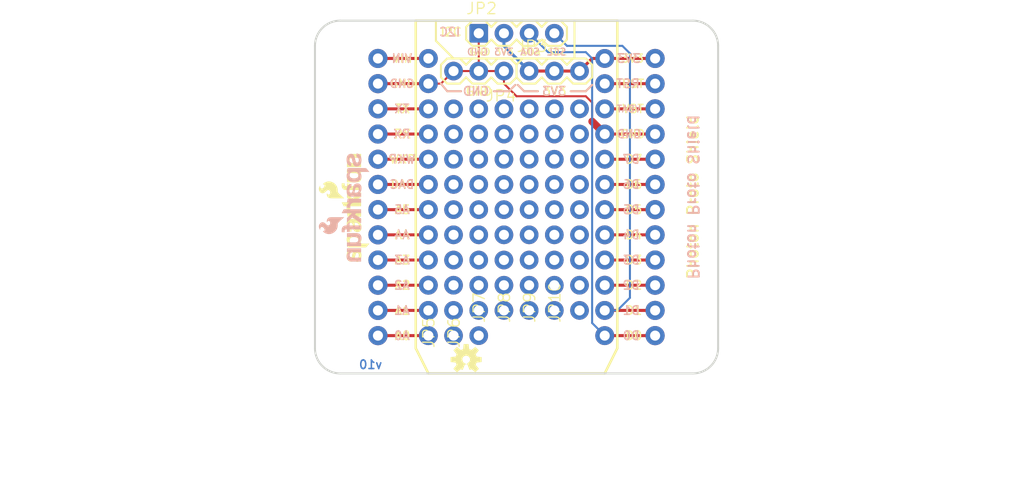
<source format=kicad_pcb>
(kicad_pcb (version 20211014) (generator pcbnew)
  (layers (0 "F.Cu" signal) (31 "B.Cu" signal) (34 "B.Paste" user) (35 "F.Paste" user) (36 "B.SilkS" user "B.Silkscreen") (37 "F.SilkS" user "F.Silkscreen") (38 "B.Mask" user) (39 "F.Mask" user) (44 "Edge.Cuts" user))
  (net 0 "")
  (net 1 "GND")
  (net 2 "VIN")
  (net 3 "TX")
  (net 4 "RX")
  (net 5 "WKP")
  (net 6 "DAC")
  (net 7 "A5")
  (net 8 "A4")
  (net 9 "A3")
  (net 10 "A2")
  (net 11 "A1")
  (net 12 "A0")
  (net 13 "RST")
  (net 14 "VBAT")
  (net 15 "D7")
  (net 16 "D6")
  (net 17 "D5")
  (net 18 "D4")
  (net 19 "D3")
  (net 20 "D2")
  (net 21 "SCL")
  (net 22 "SDA")
  (net 23 "VCC")
  (footprint "boardEagle:SFE_LOGO_NAME_FLAME_.1" (layer "F.Cu") (at 133.7691 111.9886 90)
    (fp_text reference "LOGO1" hide)
    (fp_text value "SFE_LOGO_NAME_FLAME.1_INCH" hide)
  )
  (footprint "boardEagle:1X09_NO_SILK" (layer "F.Cu") (at 149.7711 116.4336 90)
    (fp_text reference "JP8" (at -1.3462 -1.8288 90) (layer "F.SilkS") (effects (font (size 1.143 1.143) (thickness 0.127)) (justify left bottom)))
    (fp_text value "")
    (pad "1" thru_hole circle (at 0 0 180) (size 1.8796 1.8796) (drill 1.016) (layers *.Cu *.Mask))
    (pad "2" thru_hole circle (at 2.54 0 180) (size 1.8796 1.8796) (drill 1.016) (layers *.Cu *.Mask))
    (pad "3" thru_hole circle (at 5.08 0 180) (size 1.8796 1.8796) (drill 1.016) (layers *.Cu *.Mask))
    (pad "4" thru_hole circle (at 7.62 0 180) (size 1.8796 1.8796) (drill 1.016) (layers *.Cu *.Mask))
    (pad "5" thru_hole circle (at 10.16 0 180) (size 1.8796 1.8796) (drill 1.016) (layers *.Cu *.Mask))
    (pad "6" thru_hole circle (at 12.7 0 180) (size 1.8796 1.8796) (drill 1.016) (layers *.Cu *.Mask))
    (pad "7" thru_hole circle (at 15.24 0 180) (size 1.8796 1.8796) (drill 1.016) (layers *.Cu *.Mask))
    (pad "8" thru_hole circle (at 17.78 0 180) (size 1.8796 1.8796) (drill 1.016) (layers *.Cu *.Mask))
    (pad "9" thru_hole circle (at 20.32 0 180) (size 1.8796 1.8796) (drill 1.016) (layers *.Cu *.Mask))
  )
  (footprint "boardEagle:CREATIVE_COMMONS" (layer "F.Cu") (at 116.7511 135.4836)
    (fp_text reference "FRAME1" hide)
    (fp_text value "" hide)
  )
  (footprint "boardEagle:1X03" (layer "F.Cu") (at 149.7711 92.3036)
    (fp_text reference "JP3" (at -1.3462 -1.8288) (layer "F.SilkS") (effects (font (size 1.143 1.143) (thickness 0.127)) (justify left bottom)))
    (fp_text value "")
    (pad "1" thru_hole circle (at 0 0 90) (size 1.8796 1.8796) (drill 1.016) (layers *.Cu *.Mask) (net 23 "VCC"))
    (pad "2" thru_hole circle (at 2.54 0 90) (size 1.8796 1.8796) (drill 1.016) (layers *.Cu *.Mask) (net 23 "VCC"))
    (pad "3" thru_hole circle (at 5.08 0 90) (size 1.8796 1.8796) (drill 1.016) (layers *.Cu *.Mask) (net 23 "VCC"))
  )
  (footprint "boardEagle:1X10_NO_SILK" (layer "F.Cu") (at 142.1511 118.9736 90)
    (fp_text reference "JP5" (at -1.3462 -1.8288 90) (layer "F.SilkS") (effects (font (size 1.143 1.143) (thickness 0.127)) (justify left bottom)))
    (fp_text value "")
    (pad "1" thru_hole circle (at 0 0 180) (size 1.8796 1.8796) (drill 1.016) (layers *.Cu *.Mask))
    (pad "2" thru_hole circle (at 2.54 0 180) (size 1.8796 1.8796) (drill 1.016) (layers *.Cu *.Mask))
    (pad "3" thru_hole circle (at 5.08 0 180) (size 1.8796 1.8796) (drill 1.016) (layers *.Cu *.Mask))
    (pad "4" thru_hole circle (at 7.62 0 180) (size 1.8796 1.8796) (drill 1.016) (layers *.Cu *.Mask))
    (pad "5" thru_hole circle (at 10.16 0 180) (size 1.8796 1.8796) (drill 1.016) (layers *.Cu *.Mask))
    (pad "6" thru_hole circle (at 12.7 0 180) (size 1.8796 1.8796) (drill 1.016) (layers *.Cu *.Mask))
    (pad "7" thru_hole circle (at 15.24 0 180) (size 1.8796 1.8796) (drill 1.016) (layers *.Cu *.Mask))
    (pad "8" thru_hole circle (at 17.78 0 180) (size 1.8796 1.8796) (drill 1.016) (layers *.Cu *.Mask))
    (pad "9" thru_hole circle (at 20.32 0 180) (size 1.8796 1.8796) (drill 1.016) (layers *.Cu *.Mask))
    (pad "10" thru_hole circle (at 22.86 0 180) (size 1.8796 1.8796) (drill 1.016) (layers *.Cu *.Mask))
  )
  (footprint "boardEagle:1X09_NO_SILK" (layer "F.Cu") (at 147.2311 116.4336 90)
    (fp_text reference "JP7" (at -1.3462 -1.8288 90) (layer "F.SilkS") (effects (font (size 1.143 1.143) (thickness 0.127)) (justify left bottom)))
    (fp_text value "")
    (pad "1" thru_hole circle (at 0 0 180) (size 1.8796 1.8796) (drill 1.016) (layers *.Cu *.Mask))
    (pad "2" thru_hole circle (at 2.54 0 180) (size 1.8796 1.8796) (drill 1.016) (layers *.Cu *.Mask))
    (pad "3" thru_hole circle (at 5.08 0 180) (size 1.8796 1.8796) (drill 1.016) (layers *.Cu *.Mask))
    (pad "4" thru_hole circle (at 7.62 0 180) (size 1.8796 1.8796) (drill 1.016) (layers *.Cu *.Mask))
    (pad "5" thru_hole circle (at 10.16 0 180) (size 1.8796 1.8796) (drill 1.016) (layers *.Cu *.Mask))
    (pad "6" thru_hole circle (at 12.7 0 180) (size 1.8796 1.8796) (drill 1.016) (layers *.Cu *.Mask))
    (pad "7" thru_hole circle (at 15.24 0 180) (size 1.8796 1.8796) (drill 1.016) (layers *.Cu *.Mask))
    (pad "8" thru_hole circle (at 17.78 0 180) (size 1.8796 1.8796) (drill 1.016) (layers *.Cu *.Mask))
    (pad "9" thru_hole circle (at 20.32 0 180) (size 1.8796 1.8796) (drill 1.016) (layers *.Cu *.Mask))
  )
  (footprint "boardEagle:OSHW-LOGO-S" (layer "F.Cu") (at 143.4211 121.3866)
    (fp_text reference "LOGO2" hide)
    (fp_text value "OSHW-LOGOS" hide)
  )
  (footprint "boardEagle:1X09_NO_SILK" (layer "F.Cu") (at 152.3111 116.4336 90)
    (fp_text reference "JP9" (at -1.3462 -1.8288 90) (layer "F.SilkS") (effects (font (size 1.143 1.143) (thickness 0.127)) (justify left bottom)))
    (fp_text value "")
    (pad "1" thru_hole circle (at 0 0 180) (size 1.8796 1.8796) (drill 1.016) (layers *.Cu *.Mask))
    (pad "2" thru_hole circle (at 2.54 0 180) (size 1.8796 1.8796) (drill 1.016) (layers *.Cu *.Mask))
    (pad "3" thru_hole circle (at 5.08 0 180) (size 1.8796 1.8796) (drill 1.016) (layers *.Cu *.Mask))
    (pad "4" thru_hole circle (at 7.62 0 180) (size 1.8796 1.8796) (drill 1.016) (layers *.Cu *.Mask))
    (pad "5" thru_hole circle (at 10.16 0 180) (size 1.8796 1.8796) (drill 1.016) (layers *.Cu *.Mask))
    (pad "6" thru_hole circle (at 12.7 0 180) (size 1.8796 1.8796) (drill 1.016) (layers *.Cu *.Mask))
    (pad "7" thru_hole circle (at 15.24 0 180) (size 1.8796 1.8796) (drill 1.016) (layers *.Cu *.Mask))
    (pad "8" thru_hole circle (at 17.78 0 180) (size 1.8796 1.8796) (drill 1.016) (layers *.Cu *.Mask))
    (pad "9" thru_hole circle (at 20.32 0 180) (size 1.8796 1.8796) (drill 1.016) (layers *.Cu *.Mask))
  )
  (footprint "boardEagle:1X04" (layer "F.Cu") (at 144.6911 88.4936)
    (fp_text reference "JP2" (at -1.3462 -1.8288) (layer "F.SilkS") (effects (font (size 1.143 1.143) (thickness 0.127)) (justify left bottom)))
    (fp_text value "")
    (pad "1" thru_hole rect (at 0 0 90) (size 1.8796 1.8796) (drill 1.016) (layers *.Cu *.Mask) (net 1 "GND"))
    (pad "2" thru_hole circle (at 2.54 0 90) (size 1.8796 1.8796) (drill 1.016) (layers *.Cu *.Mask) (net 23 "VCC"))
    (pad "3" thru_hole circle (at 5.08 0 90) (size 1.8796 1.8796) (drill 1.016) (layers *.Cu *.Mask) (net 22 "SDA"))
    (pad "4" thru_hole circle (at 7.62 0 90) (size 1.8796 1.8796) (drill 1.016) (layers *.Cu *.Mask) (net 21 "SCL"))
  )
  (footprint "boardEagle:SPARK_PHOTON_TEMPLATE_WIDE" (layer "F.Cu") (at 138.3411 122.7836)
    (fp_text reference "JP1" hide)
    (fp_text value "SPARK_PHOTONTEMPLATE_WIDE" hide)
    (fp_text user "DAC" (at -1.397 -19.05) (layer "B.SilkS") (effects (font (size 0.8636 0.8636) (thickness 0.1524)) (justify mirror)))
    (fp_text user "A5" (at -1.397 -16.51) (layer "B.SilkS") (effects (font (size 0.8636 0.8636) (thickness 0.1524)) (justify mirror)))
    (fp_text user "A3" (at -1.397 -11.43) (layer "B.SilkS") (effects (font (size 0.8636 0.8636) (thickness 0.1524)) (justify mirror)))
    (fp_text user "D5" (at 21.717 -16.51) (layer "B.SilkS") (effects (font (size 0.8636 0.8636) (thickness 0.1524)) (justify mirror)))
    (fp_text user "A0" (at -1.397 -3.81) (layer "B.SilkS") (effects (font (size 0.8636 0.8636) (thickness 0.1524)) (justify mirror)))
    (fp_text user "D1" (at 21.717 -6.35) (layer "B.SilkS") (effects (font (size 0.8636 0.8636) (thickness 0.1524)) (justify mirror)))
    (fp_text user "D0" (at 21.717 -3.81) (layer "B.SilkS") (effects (font (size 0.8636 0.8636) (thickness 0.1524)) (justify mirror)))
    (fp_text user "3V3" (at 21.463 -31.75) (layer "B.SilkS") (effects (font (size 0.8636 0.8636) (thickness 0.1524)) (justify mirror)))
    (fp_text user "WKP" (at -1.397 -21.59) (layer "B.SilkS") (effects (font (size 0.8636 0.8636) (thickness 0.1524)) (justify mirror)))
    (fp_text user "TX" (at -1.397 -26.67) (layer "B.SilkS") (effects (font (size 0.8636 0.8636) (thickness 0.1524)) (justify mirror)))
    (fp_text user "D7" (at 21.717 -21.59) (layer "B.SilkS") (effects (font (size 0.8636 0.8636) (thickness 0.1524)) (justify mirror)))
    (fp_text user "GND" (at -1.397 -29.21) (layer "B.SilkS") (effects (font (size 0.82042 0.82042) (thickness 0.14478)) (justify mirror)))
    (fp_text user "A4" (at -1.397 -13.97) (layer "B.SilkS") (effects (font (size 0.8636 0.8636) (thickness 0.1524)) (justify mirror)))
    (fp_text user "VIN" (at -1.397 -31.75) (layer "B.SilkS") (effects (font (size 0.8636 0.8636) (thickness 0.1524)) (justify mirror)))
    (fp_text user "D6" (at 21.717 -19.05) (layer "B.SilkS") (effects (font (size 0.8636 0.8636) (thickness 0.1524)) (justify mirror)))
    (fp_text user "RST" (at 21.3995 -29.21) (layer "B.SilkS") (effects (font (size 0.8636 0.8636) (thickness 0.1524)) (justify mirror)))
    (fp_text user "VBAT" (at 21.463 -26.67) (layer "B.SilkS") (effects (font (size 0.69088 0.69088) (thickness 0.12192)) (justify mirror)))
    (fp_text user "D3" (at 21.717 -11.43) (layer "B.SilkS") (effects (font (size 0.8636 0.8636) (thickness 0.1524)) (justify mirror)))
    (fp_text user "GND" (at 21.5265 -24.13) (layer "B.SilkS") (effects (font (size 0.82042 0.82042) (thickness 0.14478)) (justify mirror)))
    (fp_text user "D2" (at 21.717 -8.89) (layer "B.SilkS") (effects (font (size 0.8636 0.8636) (thickness 0.1524)) (justify mirror)))
    (fp_text user "D4" (at 21.717 -13.97) (layer "B.SilkS") (effects (font (size 0.8636 0.8636) (thickness 0.1524)) (justify mirror)))
    (fp_text user "A1" (at -1.397 -6.35) (layer "B.SilkS") (effects (font (size 0.8636 0.8636) (thickness 0.1524)) (justify mirror)))
    (fp_text user "A2" (at -1.397 -8.89) (layer "B.SilkS") (effects (font (size 0.8636 0.8636) (thickness 0.1524)) (justify mirror)))
    (fp_text user "RX" (at -1.397 -24.13) (layer "B.SilkS") (effects (font (size 0.8636 0.8636) (thickness 0.1524)) (justify mirror)))
    (fp_text user "A4" (at -1.3335 -13.97) (layer "F.SilkS") (effects (font (size 0.8636 0.8636) (thickness 0.1524))))
    (fp_text user "A3" (at -1.3335 -11.43) (layer "F.SilkS") (effects (font (size 0.8636 0.8636) (thickness 0.1524))))
    (fp_text user "WKP" (at -1.3335 -21.59) (layer "F.SilkS") (effects (font (size 0.82042 0.82042) (thickness 0.14478))))
    (fp_text user "D1" (at 21.971 -6.35) (layer "F.SilkS") (effects (font (size 0.8636 0.8636) (thickness 0.1524))))
    (fp_text user "D6" (at 21.971 -19.05) (layer "F.SilkS") (effects (font (size 0.8636 0.8636) (thickness 0.1524))))
    (fp_text user "A1" (at -1.3335 -6.35) (layer "F.SilkS") (effects (font (size 0.8636 0.8636) (thickness 0.1524))))
    (fp_text user "D5" (at 21.971 -16.51) (layer "F.SilkS") (effects (font (size 0.8636 0.8636) (thickness 0.1524))))
    (fp_text user "TX" (at -1.3335 -26.67) (layer "F.SilkS") (effects (font (size 0.8636 0.8636) (thickness 0.1524))))
    (fp_text user "A0" (at -1.3335 -3.81) (layer "F.SilkS") (effects (font (size 0.8636 0.8636) (thickness 0.1524))))
    (fp_text user "VBT" (at 21.9075 -26.67) (layer "F.SilkS") (effects (font (size 0.82042 0.82042) (thickness 0.14478))))
    (fp_text user "GND" (at 21.844 -24.13) (layer "F.SilkS") (effects (font (size 0.82042 0.82042) (thickness 0.14478))))
    (fp_text user "D2" (at 21.971 -8.89) (layer "F.SilkS") (effects (font (size 0.8636 0.8636) (thickness 0.1524))))
    (fp_text user "RST" (at 21.9075 -29.21) (layer "F.SilkS") (effects (font (size 0.82042 0.82042) (thickness 0.14478))))
    (fp_text user "RX" (at -1.3335 -24.13) (layer "F.SilkS") (effects (font (size 0.8636 0.8636) (thickness 0.1524))))
    (fp_text user "DAC" (at -1.3335 -19.05) (layer "F.SilkS") (effects (font (size 0.82042 0.82042) (thickness 0.14478))))
    (fp_text user "A2" (at -1.3335 -8.89) (layer "F.SilkS") (effects (font (size 0.8636 0.8636) (thickness 0.1524))))
    (fp_text user "D0" (at 21.971 -3.81) (layer "F.SilkS") (effects (font (size 0.8636 0.8636) (thickness 0.1524))))
    (fp_text user "A5" (at -1.3335 -16.51) (layer "F.SilkS") (effects (font (size 0.8636 0.8636) (thickness 0.1524))))
    (fp_text user "GND" (at -1.3335 -29.21) (layer "F.SilkS") (effects (font (size 0.82042 0.82042) (thickness 0.14478))))
    (fp_text user "VIN" (at -1.3335 -31.75) (layer "F.SilkS") (effects (font (size 0.82042 0.82042) (thickness 0.14478))))
    (fp_text user "D3" (at 21.971 -11.43) (layer "F.SilkS") (effects (font (size 0.8636 0.8636) (thickness 0.1524))))
    (fp_text user "3V3" (at 21.844 -31.75) (layer "F.SilkS") (effects (font (size 0.82042 0.82042) (thickness 0.14478))))
    (fp_text user "D7" (at 21.971 -21.59) (layer "F.SilkS") (effects (font (size 0.8636 0.8636) (thickness 0.1524))))
    (fp_text user "D4" (at 21.971 -13.97) (layer "F.SilkS") (effects (font (size 0.8636 0.8636) (thickness 0.1524))))
    (fp_line (start -3.81 -13.97) (end 1.27 -13.97) (layer "F.Cu") (width 0.3048))
    (fp_line (start -3.81 -6.35) (end 1.27 -6.35) (layer "F.Cu") (width 0.3048))
    (fp_line (start 1.27 -29.21) (end -3.81 -29.21) (layer "F.Cu") (width 0.3048))
    (fp_line (start 19.05 -6.35) (end 24.13 -6.35) (layer "F.Cu") (width 0.3048))
    (fp_line (start 19.05 -3.81) (end 24.13 -3.81) (layer "F.Cu") (width 0.3048))
    (fp_line (start 19.05 -21.59) (end 24.13 -21.59) (layer "F.Cu") (width 0.3048))
    (fp_line (start -3.81 -21.59) (end 1.27 -21.59) (layer "F.Cu") (width 0.3048))
    (fp_line (start -3.81 -3.81) (end 1.27 -3.81) (layer "F.Cu") (width 0.3048))
    (fp_line (start -3.81 -26.67) (end 1.27 -26.67) (layer "F.Cu") (width 0.3048))
    (fp_line (start 19.05 -26.67) (end 24.13 -26.67) (layer "F.Cu") (width 0.3048))
    (fp_line (start 19.05 -8.89) (end 24.13 -8.89) (layer "F.Cu") (width 0.3048))
    (fp_line (start 19.05 -13.97) (end 24.13 -13.97) (layer "F.Cu") (width 0.3048))
    (fp_line (start 19.05 -31.75) (end 24.13 -31.75) (layer "F.Cu") (width 0.3048))
    (fp_line (start 19.05 -11.43) (end 24.13 -11.43) (layer "F.Cu") (width 0.3048))
    (fp_line (start 19.05 -24.13) (end 24.13 -24.13) (layer "F.Cu") (width 0.3048))
    (fp_line (start -3.81 -19.05) (end 1.27 -19.05) (layer "F.Cu") (width 0.3048))
    (fp_line (start -3.81 -11.43) (end 1.27 -11.43) (layer "F.Cu") (width 0.3048))
    (fp_line (start -3.81 -8.89) (end 1.27 -8.89) (layer "F.Cu") (width 0.3048))
    (fp_line (start -3.81 -31.75) (end 1.27 -31.75) (layer "F.Cu") (width 0.3048))
    (fp_line (start -3.81 -24.13) (end 1.27 -24.13) (layer "F.Cu") (width 0.3048))
    (fp_line (start -3.81 -16.51) (end 1.27 -16.51) (layer "F.Cu") (width 0.3048))
    (fp_line (start 19.05 -19.05) (end 24.13 -19.05) (layer "F.Cu") (width 0.3048))
    (fp_line (start 19.05 -29.21) (end 24.13 -29.21) (layer "F.Cu") (width 0.3048))
    (fp_line (start 19.05 -16.51) (end 24.13 -16.51) (layer "F.Cu") (width 0.3048))
    (pad "" np_thru_hole circle (at 27.94 -2.54) (size 3.302 3.302) (drill 3.302) (layers *.Cu *.Mask))
    (pad "" np_thru_hole circle (at -7.62 -33.02) (size 3.302 3.302) (drill 3.302) (layers *.Cu *.Mask))
    (pad "" np_thru_hole circle (at 27.94 -33.02) (size 3.302 3.302) (drill 3.302) (layers *.Cu *.Mask))
    (pad "" np_thru_hole circle (at -7.62 -2.54) (size 3.302 3.302) (drill 3.302) (layers *.Cu *.Mask))
    (pad "1" thru_hole circle (at 1.27 -31.75) (size 1.905 1.905) (drill 1.016) (layers *.Cu *.Mask) (net 2 "VIN"))
    (pad "2" thru_hole circle (at 1.27 -29.21) (size 1.905 1.905) (drill 1.016) (layers *.Cu *.Mask) (net 1 "GND"))
    (pad "3" thru_hole circle (at 1.27 -26.67) (size 1.905 1.905) (drill 1.016) (layers *.Cu *.Mask) (net 3 "TX"))
    (pad "3V3" thru_hole circle (at 24.13 -31.75 0.1) (size 1.9304 1.9304) (drill 1.016) (layers *.Cu *.Mask) (net 23 "VCC"))
    (pad "4" thru_hole circle (at 1.27 -24.13) (size 1.905 1.905) (drill 1.016) (layers *.Cu *.Mask) (net 4 "RX"))
    (pad "5" thru_hole circle (at 1.27 -21.59) (size 1.905 1.905) (drill 1.016) (layers *.Cu *.Mask) (net 5 "WKP"))
    (pad "6" thru_hole circle (at 1.27 -19.05) (size 1.905 1.905) (drill 1.016) (layers *.Cu *.Mask) (net 6 "DAC"))
    (pad "7" thru_hole circle (at 1.27 -16.51) (size 1.905 1.905) (drill 1.016) (layers *.Cu *.Mask) (net 7 "A5"))
    (pad "8" thru_hole circle (at 1.27 -13.97) (size 1.905 1.905) (drill 1.016) (layers *.Cu *.Mask) (net 8 "A4"))
    (pad "9" thru_hole circle (at 1.27 -11.43) (size 1.905 1.905) (drill 1.016) (layers *.Cu *.Mask) (net 9 "A3"))
    (pad "10" thru_hole circle (at 1.27 -8.89) (size 1.905 1.905) (drill 1.016) (layers *.Cu *.Mask) (net 10 "A2"))
    (pad "11" thru_hole circle (at 1.27 -6.35) (size 1.905 1.905) (drill 1.016) (layers *.Cu *.Mask) (net 11 "A1"))
    (pad "12" thru_hole circle (at 1.27 -3.81) (size 1.905 1.905) (drill 1.016) (layers *.Cu *.Mask) (net 12 "A0"))
    (pad "13" thru_hole circle (at 19.05 -3.81) (size 1.905 1.905) (drill 1.016) (layers *.Cu *.Mask) (net 22 "SDA"))
    (pad "14" thru_hole circle (at 19.05 -6.35) (size 1.905 1.905) (drill 1.016) (layers *.Cu *.Mask) (net 21 "SCL"))
    (pad "15" thru_hole circle (at 19.05 -8.89) (size 1.905 1.905) (drill 1.016) (layers *.Cu *.Mask) (net 20 "D2"))
    (pad "16" thru_hole circle (at 19.05 -11.43) (size 1.905 1.905) (drill 1.016) (layers *.Cu *.Mask) (net 19 "D3"))
    (pad "17" thru_hole circle (at 19.05 -13.97) (size 1.905 1.905) (drill 1.016) (layers *.Cu *.Mask) (net 18 "D4"))
    (pad "18" thru_hole circle (at 19.05 -16.51) (size 1.905 1.905) (drill 1.016) (layers *.Cu *.Mask) (net 17 "D5"))
    (pad "19" thru_hole circle (at 19.05 -19.05) (size 1.905 1.905) (drill 1.016) (layers *.Cu *.Mask) (net 16 "D6"))
    (pad "20" thru_hole circle (at 19.05 -21.59) (size 1.905 1.905) (drill 1.016) (layers *.Cu *.Mask) (net 15 "D7"))
    (pad "21" thru_hole circle (at 19.05 -24.13) (size 1.905 1.905) (drill 1.016) (layers *.Cu *.Mask) (net 1 "GND"))
    (pad "22" thru_hole circle (at 19.05 -26.67) (size 1.905 1.905) (drill 1.016) (layers *.Cu *.Mask) (net 14 "VBAT"))
    (pad "23" thru_hole circle (at 19.05 -29.21) (size 1.905 1.905) (drill 1.016) (layers *.Cu *.Mask) (net 13 "RST"))
    (pad "24" thru_hole circle (at 19.05 -31.75) (size 1.905 1.905) (drill 1.016) (layers *.Cu *.Mask) (net 23 "VCC"))
    (pad "A0" thru_hole circle (at -3.81 -3.81 0.1) (size 1.9304 1.9304) (drill 1.016) (layers *.Cu *.Mask) (net 12 "A0"))
    (pad "A1" thru_hole circle (at -3.81 -6.35 0.1) (size 1.9304 1.9304) (drill 1.016) (layers *.Cu *.Mask) (net 11 "A1"))
    (pad "A2" thru_hole circle (at -3.81 -8.89 0.1) (size 1.9304 1.9304) (drill 1.016) (layers *.Cu *.Mask) (net 10 "A2"))
    (pad "A3" thru_hole circle (at -3.81 -11.43 0.1) (size 1.9304 1.9304) (drill 1.016) (layers *.Cu *.Mask) (net 9 "A3"))
    (pad "A4" thru_hole circle (at -3.81 -13.97 0.1) (size 1.9304 1.9304) (drill 1.016) (layers *.Cu *.Mask) (net 8 "A4"))
    (pad "A5" thru_hole circle (at -3.81 -16.51 0.1) (size 1.9304 1.9304) (drill 1.016) (layers *.Cu *.Mask) (net 7 "A5"))
    (pad "D0" thru_hole circle (at 24.13 -3.81 0.1) (size 1.9304 1.9304) (drill 1.016) (layers *.Cu *.Mask) (net 22 "SDA"))
    (pad "D1" thru_hole circle (at 24.13 -6.35 0.1) (size 1.9304 1.9304) (drill 1.016) (layers *.Cu *.Mask) (net 21 "SCL"))
    (pad "D2" thru_hole circle (at 24.13 -8.89 0.1) (size 1.9304 1.9304) (drill 1.016) (layers *.Cu *.Mask) (net 20 "D2"))
    (pad "D3" thru_hole circle (at 24.13 -11.43 0.1) (size 1.9304 1.9304) (drill 1.016) (layers *.Cu *.Mask) (net 19 "D3"))
    (pad "D4" thru_hole circle (at 24.13 -13.97 0.1) (size 1.9304 1.9304) (drill 1.016) (layers *.Cu *.Mask) (net 18 "D4"))
    (pad "D5" thru_hole circle (at 24.13 -16.51 0.1) (size 1.9304 1.9304) (drill 1.016) (layers *.Cu *.Mask) (net 17 "D5"))
    (pad "D6" thru_hole circle (at 24.13 -19.05 0.1) (size 1.9304 1.9304) (drill 1.016) (layers *.Cu *.Mask) (net 16 "D6"))
    (pad "D7" thru_hole circle (at 24.13 -21.59 0.1) (size 1.9304 1.9304) (drill 1.016) (layers *.Cu *.Mask) (net 15 "D7"))
    (pad "DAC" thru_hole circle (at -3.81 -19.05 0.1) (size 1.9304 1.9304) (drill 1.016) (layers *.Cu *.Mask) (net 6 "DAC"))
    (pad "GND@0" thru_hole circle (at -3.81 -29.21 0.1) (size 1.9304 1.9304) (drill 1.016) (layers *.Cu *.Mask) (net 1 "GND"))
    (pad "GND@2" thru_hole circle (at 24.13 -24.13 0.1) (size 1.9304 1.9304) (drill 1.016) (layers *.Cu *.Mask) (net 1 "GND"))
    (pad "RST" thru_hole circle (at 24.13 -29.21 0.1) (size 1.9304 1.9304) (drill 1.016) (layers *.Cu *.Mask) (net 13 "RST"))
    (pad "RX" thru_hole circle (at -3.81 -24.13 0.1) (size 1.9304 1.9304) (drill 1.016) (layers *.Cu *.Mask) (net 4 "RX"))
    (pad "TX" thru_hole circle (at -3.81 -26.67 0.1) (size 1.9304 1.9304) (drill 1.016) (layers *.Cu *.Mask) (net 3 "TX"))
    (pad "VBAT" thru_hole circle (at 24.13 -26.67 0.1) (size 1.9304 1.9304) (drill 1.016) (layers *.Cu *.Mask) (net 14 "VBAT"))
    (pad "VIN" thru_hole circle (at -3.81 -31.75 0.1) (size 1.9304 1.9304) (drill 1.016) (layers *.Cu *.Mask) (net 2 "VIN"))
    (pad "WKP" thru_hole circle (at -3.81 -21.59 0.1) (size 1.9304 1.9304) (drill 1.016) (layers *.Cu *.Mask) (net 5 "WKP"))
  )
  (footprint "boardEagle:1X03" (layer "F.Cu") (at 147.2311 92.3036 180)
    (fp_text reference "JP4" (at -1.3462 -1.8288 180) (layer "F.SilkS") (effects (font (size 1.143 1.143) (thickness 0.127)) (justify right top)))
    (fp_text value "")
    (pad "1" thru_hole circle (at 0 0 270) (size 1.8796 1.8796) (drill 1.016) (layers *.Cu *.Mask) (net 1 "GND"))
    (pad "2" thru_hole circle (at 2.54 0 270) (size 1.8796 1.8796) (drill 1.016) (layers *.Cu *.Mask) (net 1 "GND"))
    (pad "3" thru_hole circle (at 5.08 0 270) (size 1.8796 1.8796) (drill 1.016) (layers *.Cu *.Mask) (net 1 "GND"))
  )
  (footprint "boardEagle:1X09_NO_SILK" (layer "F.Cu") (at 154.8511 116.4336 90)
    (fp_text reference "JP10" (at -1.3462 -1.8288 90) (layer "F.SilkS") (effects (font (size 1.143 1.143) (thickness 0.127)) (justify left bottom)))
    (fp_text value "")
    (pad "1" thru_hole circle (at 0 0 180) (size 1.8796 1.8796) (drill 1.016) (layers *.Cu *.Mask))
    (pad "2" thru_hole circle (at 2.54 0 180) (size 1.8796 1.8796) (drill 1.016) (layers *.Cu *.Mask))
    (pad "3" thru_hole circle (at 5.08 0 180) (size 1.8796 1.8796) (drill 1.016) (layers *.Cu *.Mask))
    (pad "4" thru_hole circle (at 7.62 0 180) (size 1.8796 1.8796) (drill 1.016) (layers *.Cu *.Mask))
    (pad "5" thru_hole circle (at 10.16 0 180) (size 1.8796 1.8796) (drill 1.016) (layers *.Cu *.Mask))
    (pad "6" thru_hole circle (at 12.7 0 180) (size 1.8796 1.8796) (drill 1.016) (layers *.Cu *.Mask))
    (pad "7" thru_hole circle (at 15.24 0 180) (size 1.8796 1.8796) (drill 1.016) (layers *.Cu *.Mask))
    (pad "8" thru_hole circle (at 17.78 0 180) (size 1.8796 1.8796) (drill 1.016) (layers *.Cu *.Mask))
    (pad "9" thru_hole circle (at 20.32 0 180) (size 1.8796 1.8796) (drill 1.016) (layers *.Cu *.Mask))
  )
  (footprint "boardEagle:1X10_NO_SILK" (layer "F.Cu") (at 144.6911 118.9736 90)
    (fp_text reference "JP6" (at -1.3462 -1.8288 90) (layer "F.SilkS") (effects (font (size 1.143 1.143) (thickness 0.127)) (justify left bottom)))
    (fp_text value "")
    (pad "1" thru_hole circle (at 0 0 180) (size 1.8796 1.8796) (drill 1.016) (layers *.Cu *.Mask))
    (pad "2" thru_hole circle (at 2.54 0 180) (size 1.8796 1.8796) (drill 1.016) (layers *.Cu *.Mask))
    (pad "3" thru_hole circle (at 5.08 0 180) (size 1.8796 1.8796) (drill 1.016) (layers *.Cu *.Mask))
    (pad "4" thru_hole circle (at 7.62 0 180) (size 1.8796 1.8796) (drill 1.016) (layers *.Cu *.Mask))
    (pad "5" thru_hole circle (at 10.16 0 180) (size 1.8796 1.8796) (drill 1.016) (layers *.Cu *.Mask))
    (pad "6" thru_hole circle (at 12.7 0 180) (size 1.8796 1.8796) (drill 1.016) (layers *.Cu *.Mask))
    (pad "7" thru_hole circle (at 15.24 0 180) (size 1.8796 1.8796) (drill 1.016) (layers *.Cu *.Mask))
    (pad "8" thru_hole circle (at 17.78 0 180) (size 1.8796 1.8796) (drill 1.016) (layers *.Cu *.Mask))
    (pad "9" thru_hole circle (at 20.32 0 180) (size 1.8796 1.8796) (drill 1.016) (layers *.Cu *.Mask))
    (pad "10" thru_hole circle (at 22.86 0 180) (size 1.8796 1.8796) (drill 1.016) (layers *.Cu *.Mask))
  )
  (footprint "boardEagle:SFE_LOGO_NAME_FLAME_.1" (layer "B.Cu") (at 133.7691 100.1776 -90)
    (fp_text reference "LOGO3" hide)
    (fp_text value "SFE_LOGO_NAME_FLAME.1_INCH" hide)
  )
  (gr_line (start 150.6601 94.3356) (end 149.2631 94.3356) (layer "B.SilkS") (width 0.2032))
  (gr_line (start 146.2151 94.3356) (end 147.7391 94.3356) (layer "B.SilkS") (width 0.2032))
  (gr_line (start 149.2631 94.3356) (end 148.6281 93.7006) (layer "B.SilkS") (width 0.2032))
  (gr_line (start 153.9621 94.3356) (end 155.4861 94.3356) (layer "B.SilkS") (width 0.2032))
  (gr_line (start 155.4861 94.3356) (end 156.1211 93.7006) (layer "B.SilkS") (width 0.2032))
  (gr_line (start 142.9131 94.3356) (end 141.5161 94.3356) (layer "B.SilkS") (width 0.2032))
  (gr_line (start 141.5161 94.3356) (end 140.8811 93.5736) (layer "B.SilkS") (width 0.2032))
  (gr_line (start 147.7391 94.3356) (end 148.3741 93.7006) (layer "B.SilkS") (width 0.2032))
  (gr_line (start 140.3731 87.2236) (end 140.3731 89.2556) (layer "F.SilkS") (width 0.2032))
  (gr_line (start 142.1511 91.0336) (end 154.3431 91.0336) (layer "F.SilkS") (width 0.2032))
  (gr_line (start 150.6601 94.3356) (end 149.2631 94.3356) (layer "F.SilkS") (width 0.2032))
  (gr_line (start 146.2151 94.3356) (end 147.7391 94.3356) (layer "F.SilkS") (width 0.2032))
  (gr_line (start 141.5161 94.3356) (end 140.8811 93.5736) (layer "F.SilkS") (width 0.2032))
  (gr_line (start 140.3731 89.2556) (end 142.1511 91.0336) (layer "F.SilkS") (width 0.2032))
  (gr_line (start 153.9621 94.3356) (end 155.4861 94.3356) (layer "F.SilkS") (width 0.2032))
  (gr_line (start 142.9131 94.3356) (end 141.5161 94.3356) (layer "F.SilkS") (width 0.2032))
  (gr_line (start 149.2631 94.3356) (end 148.6281 93.7006) (layer "F.SilkS") (width 0.2032))
  (gr_line (start 154.3431 87.2236) (end 154.2161 87.2236) (layer "F.SilkS") (width 0.2032))
  (gr_line (start 147.7391 94.3356) (end 148.3741 93.7006) (layer "F.SilkS") (width 0.2032))
  (gr_line (start 154.3431 91.0336) (end 154.3431 87.2236) (layer "F.SilkS") (width 0.2032))
  (gr_line (start 155.4861 94.3356) (end 156.1211 93.7006) (layer "F.SilkS") (width 0.2032))
  (gr_arc (start 130.7211 122.7836) (mid 128.925049 122.039651) (end 128.1811 120.2436) (layer "Edge.Cuts") (width 0.2032))
  (gr_arc (start 128.1811 89.7636) (mid 128.925049 87.967549) (end 130.7211 87.2236) (layer "Edge.Cuts") (width 0.2032))
  (gr_arc (start 168.8211 120.2436) (mid 168.077151 122.039651) (end 166.2811 122.7836) (layer "Edge.Cuts") (width 0.2032))
  (gr_line (start 130.7211 87.2236) (end 166.2811 87.2236) (layer "Edge.Cuts") (width 0.2032))
  (gr_line (start 128.1811 120.2436) (end 128.1811 89.7636) (layer "Edge.Cuts") (width 0.2032))
  (gr_line (start 166.2811 122.7836) (end 130.7211 122.7836) (layer "Edge.Cuts") (width 0.2032))
  (gr_arc (start 166.2811 87.2236) (mid 168.077151 87.967549) (end 168.8211 89.7636) (layer "Edge.Cuts") (width 0.2032))
  (gr_line (start 168.8211 89.7636) (end 168.8211 120.2436) (layer "Edge.Cuts") (width 0.2032))
  (gr_text "v10" (at 135.0391 122.4026) (layer "B.Cu") (effects (font (size 0.8636 0.8636) (thickness 0.1524)) (justify left bottom mirror)))
  (gr_text "GND" (at 145.8341 94.8436) (layer "B.SilkS") (effects (font (size 0.8636 0.8636) (thickness 0.1524)) (justify left bottom mirror)))
  (gr_text "I2C" (at 142.9131 88.8746) (layer "B.SilkS") (effects (font (size 0.8636 0.8636) (thickness 0.1524)) (justify left bottom mirror)))
  (gr_text "SDA" (at 150.9141 90.7796) (layer "B.SilkS") (effects (font (size 0.69088 0.69088) (thickness 0.12192)) (justify left bottom mirror)))
  (gr_text "SCL" (at 153.5811 90.7796) (layer "B.SilkS") (effects (font (size 0.69088 0.69088) (thickness 0.12192)) (justify left bottom mirror)))
  (gr_text "Photon Proto Shield" (at 166.2811 105.0036 -90) (layer "B.SilkS") (effects (font (size 1.0795 1.0795) (thickness 0.1905)) (justify mirror)))
  (gr_text "3V3" (at 153.5811 94.8436) (layer "B.SilkS") (effects (font (size 0.8636 0.8636) (thickness 0.1524)) (justify left bottom mirror)))
  (gr_text "3V3" (at 148.2471 90.7796) (layer "B.SilkS") (effects (font (size 0.69088 0.69088) (thickness 0.12192)) (justify left bottom mirror)))
  (gr_text "GND" (at 145.7071 90.7796) (layer "B.SilkS") (effects (font (size 0.69088 0.69088) (thickness 0.12192)) (justify left bottom mirror)))
  (gr_text "GND" (at 143.6751 90.7796) (layer "F.SilkS") (effects (font (size 0.69088 0.69088) (thickness 0.12192)) (justify left bottom)))
  (gr_text "Photon Proto Shield" (at 166.2811 105.0036 90) (layer "F.SilkS") (effects (font (size 1.0795 1.0795) (thickness 0.1905))))
  (gr_text "GND" (at 143.2941 94.8436) (layer "F.SilkS") (effects (font (size 0.8636 0.8636) (thickness 0.1524)) (justify left bottom)))
  (gr_text "I2C" (at 140.7541 88.8746) (layer "F.SilkS") (effects (font (size 0.8636 0.8636) (thickness 0.1524)) (justify left bottom)))
  (gr_text "SCL" (at 151.5491 90.7796) (layer "F.SilkS") (effects (font (size 0.69088 0.69088) (thickness 0.12192)) (justify left bottom)))
  (gr_text "3V3" (at 151.0411 94.8436) (layer "F.SilkS") (effects (font (size 0.8636 0.8636) (thickness 0.1524)) (justify left bottom)))
  (gr_text "3V3" (at 146.2151 90.7796) (layer "F.SilkS") (effects (font (size 0.69088 0.69088) (thickness 0.12192)) (justify left bottom)))
  (gr_text "SDA" (at 148.8821 90.7796) (layer "F.SilkS") (effects (font (size 0.69088 0.69088) (thickness 0.12192)) (justify left bottom)))
  (segment (start 142.1511 92.3036) (end 144.6911 92.3036) (width 0.2032) (layer "F.Cu") (net 1))
  (segment (start 155.4861 94.8436) (end 148.5011 94.8436) (width 0.2032) (layer "F.Cu") (net 1))
  (segment (start 140.8811 93.5736) (end 142.1511 92.3036) (width 0.2032) (layer "F.Cu") (net 1))
  (segment (start 148.5011 94.8436) (end 147.2311 93.5736) (width 0.2032) (layer "F.Cu") (net 1))
  (segment (start 157.3911 98.6536) (end 156.1211 97.3836) (width 0.762) (layer "F.Cu") (net 1))
  (segment (start 144.6911 92.3036) (end 144.6911 88.4936) (width 0.2032) (layer "F.Cu") (net 1))
  (segment (start 147.2311 92.3036) (end 147.2311 93.5736) (width 0.2032) (layer "F.Cu") (net 1))
  (segment (start 156.1211 97.3836) (end 156.1211 95.4786) (width 0.2032) (layer "F.Cu") (net 1))
  (segment (start 156.1211 95.4786) (end 155.4861 94.8436) (width 0.2032) (layer "F.Cu") (net 1))
  (segment (start 144.6911 92.3036) (end 147.2311 92.3036) (width 0.2032) (layer "F.Cu") (net 1))
  (segment (start 139.6111 93.5736) (end 140.8811 93.5736) (width 0.2032) (layer "F.Cu") (net 1))
  (segment (start 159.1691 89.7636) (end 153.5811 89.7636) (width 0.2032) (layer "B.Cu") (net 21))
  (segment (start 153.5811 89.7636) (end 152.3111 88.4936) (width 0.2032) (layer "B.Cu") (net 21))
  (segment (start 159.9311 115.1636) (end 159.9311 90.5256) (width 0.2032) (layer "B.Cu") (net 21))
  (segment (start 157.3911 116.4336) (end 158.6611 116.4336) (width 0.2032) (layer "B.Cu") (net 21))
  (segment (start 159.9311 90.5256) (end 159.1691 89.7636) (width 0.2032) (layer "B.Cu") (net 21))
  (segment (start 158.6611 116.4336) (end 159.9311 115.1636) (width 0.2032) (layer "B.Cu") (net 21))
  (segment (start 155.4861 90.3986) (end 151.6761 90.3986) (width 0.2032) (layer "B.Cu") (net 22))
  (segment (start 156.1211 91.0336) (end 155.4861 90.3986) (width 0.2032) (layer "B.Cu") (net 22))
  (segment (start 156.1211 91.0336) (end 156.1211 117.7036) (width 0.2032) (layer "B.Cu") (net 22))
  (segment (start 149.7711 88.4936) (end 151.6761 90.3986) (width 0.2032) (layer "B.Cu") (net 22))
  (segment (start 157.3911 118.9736) (end 156.1211 117.7036) (width 0.2032) (layer "B.Cu") (net 22))
  (segment (start 156.1211 91.0336) (end 154.8511 92.3036) (width 0.3048) (layer "F.Cu") (net 23))
  (segment (start 157.3911 91.0336) (end 156.1211 91.0336) (width 0.3048) (layer "F.Cu") (net 23))
  (segment (start 152.3111 92.3036) (end 149.7711 92.3036) (width 0.3048) (layer "F.Cu") (net 23))
  (segment (start 154.8511 92.3036) (end 152.3111 92.3036) (width 0.3048) (layer "F.Cu") (net 23))
  (segment (start 147.2311 89.7636) (end 147.2311 88.4936) (width 0.3048) (layer "B.Cu") (net 23))
  (segment (start 149.7711 92.3036) (end 147.2311 89.7636) (width 0.3048) (layer "B.Cu") (net 23))
)
</source>
